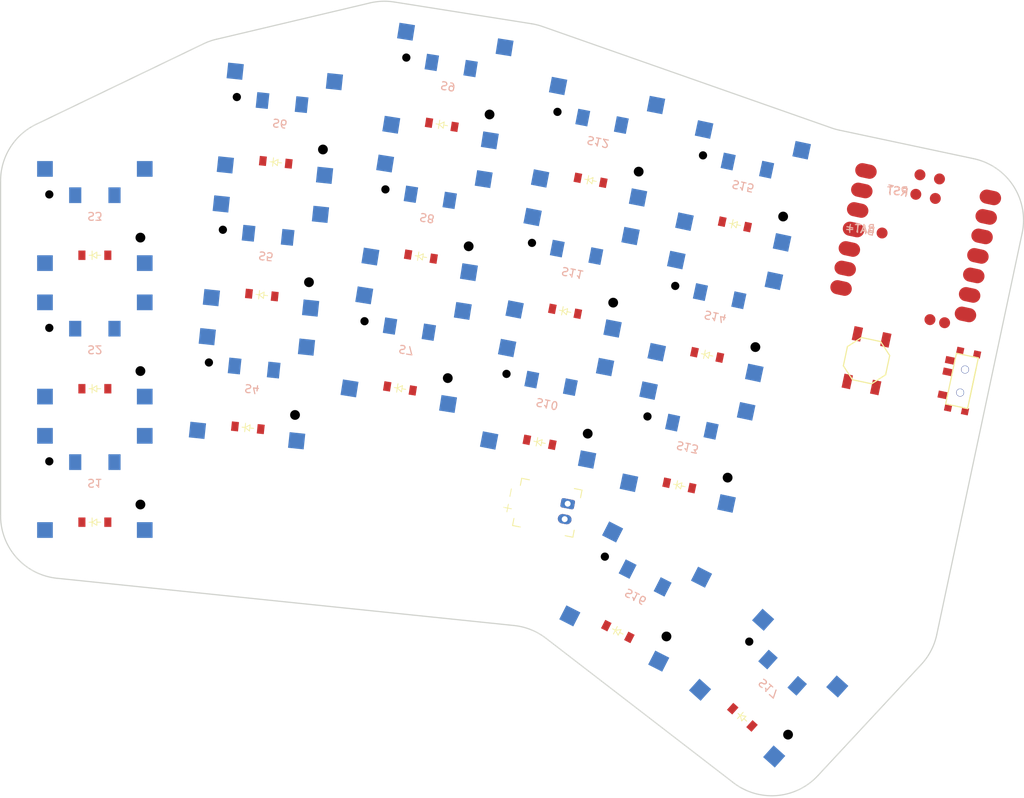
<source format=kicad_pcb>
(kicad_pcb (version 20241229) (generator "pcbnew") (generator_version "9.0")
  (title_block (title "splave-ferris_choc_v1_left") (rev "v1.0.0") (company "Unknown"))
  (layers (0 "F.Cu" signal) (2 "B.Cu" signal) (13 "F.Paste" user) (15 "B.Paste" user) (5 "F.SilkS" user) (7 "B.SilkS" user) (1 "F.Mask" user) (3 "B.Mask" user) (25 "Edge.Cuts" user))
  (net 0 "")
  (net 1 "D4")
  (net 2 "pinky_bottom")
  (net 3 "GND")
  (net 4 "D1")
  (net 5 "D2")
  (net 6 "pinky_home")
  (net 7 "pinky_top")
  (net 8 "ring_bottom")
  (net 9 "ring_home")
  (net 10 "ring_top")
  (net 11 "middle_bottom")
  (net 12 "middle_home")
  (net 13 "middle_top")
  (net 14 "D10")
  (net 15 "index_bottom")
  (net 16 "index_home")
  (net 17 "index_top")
  (net 18 "D8")
  (net 19 "inner_bottom")
  (net 20 "inner_home")
  (net 21 "inner_top")
  (net 22 "near_fan")
  (net 23 "far_fan")
  (net 24 "D5")
  (net 25 "D3")
  (net 26 "D0")
  (net 27 "D9")
  (net 28 "D6")
  (net 29 "D7")
  (net 30 "RAW3V3")
  (net 31 "RAW5V")
  (net 32 "CLK")
  (net 33 "DIO")
  (net 34 "RST")
  (net 35 "BAT")
  (net 36 "NFC1")
  (net 37 "NFC2")
  (net 38 "BATCON")
  (footprint "E73:SPDT_C128955" (layer "F.Cu") (at 210.459494 87.024253 -102)
    (property "Reference" "T1" (hide yes))
    (property "Value" "" (hide yes))
    (fp_line (start 3.3 1.5) (end 3.3 -1.35) (stroke (width 0.15)) (layer "F.SilkS"))
    (fp_line (start -3.3 1.5) (end 3.3 1.5) (stroke (width 0.15)) (layer "F.SilkS"))
    (fp_line (start 1.95 -1.35) (end -1.95 -1.35) (stroke (width 0.15)) (layer "F.SilkS"))
    (fp_line (start 0 -1.35) (end 3.3 -1.35) (stroke (width 0.15)) (layer "F.SilkS"))
    (fp_line (start 0 -1.35) (end -3.3 -1.35) (stroke (width 0.15)) (layer "F.SilkS"))
    (fp_line (start -3.3 -1.35) (end -3.3 1.5) (stroke (width 0.15)) (layer "F.SilkS"))
    (pad "" smd rect (at -3.7 -1.1 258) (size 0.9 0.9) (layers "F.Cu" "F.Mask" "F.Paste"))
    (pad "" smd rect (at -3.7 1.1 258) (size 0.9 0.9) (layers "F.Cu" "F.Mask" "F.Paste"))
    (pad "" np_thru_hole circle (at -1.5 -0.000001) (size 1 1) (drill 0.9) (layers "*.Cu" "*.Mask"))
    (pad "" np_thru_hole circle (at 1.5 0.000001) (size 1 1) (drill 0.9) (layers "*.Cu" "*.Mask"))
    (pad "" smd rect (at 3.7 -1.1 258) (size 0.9 0.9) (layers "F.Cu" "F.Mask" "F.Paste"))
    (pad "" smd rect (at 3.7 1.1 258) (size 0.9 0.9) (layers "F.Cu" "F.Mask" "F.Paste"))
    (pad "1" smd rect (at 2.25 2.075 258) (size 0.9 1.25) (layers "F.Cu" "F.Mask" "F.Paste") (net 38 "BATCON"))
    (pad "2" smd rect (at -0.749999 2.075 258) (size 0.9 1.25) (layers "F.Cu" "F.Mask" "F.Paste") (net 35 "BAT"))
    (pad "3" smd rect (at -2.25 2.075 258) (size 0.9 1.25) (layers "F.Cu" "F.Mask" "F.Paste"))
  )
  (footprint "E73:SW_TACT_ALPS_SKQGABE010" (layer "F.Cu") (at 198.232649 84.425356 -102)
    (property "Reference" "B1" (hide yes))
    (property "Value" "" (hide yes))
    (fp_line (start -1.25 2.75) (end 1.25 2.750001) (stroke (width 0.15)) (layer "F.SilkS"))
    (fp_line (start 2.75 1.25) (end 1.25 2.750001) (stroke (width 0.15)) (layer "F.SilkS"))
    (fp_line (start -2.750001 1.25) (end -1.25 2.75) (stroke (width 0.15)) (layer "F.SilkS"))
    (fp_line (start 2.750001 -1.25) (end 2.75 1.25) (stroke (width 0.15)) (layer "F.SilkS"))
    (fp_line (start 2.750001 -1.25) (end 1.25 -2.75) (stroke (width 0.15)) (layer "F.SilkS"))
    (fp_line (start -2.75 -1.25) (end -2.750001 1.25) (stroke (width 0.15)) (layer "F.SilkS"))
    (fp_line (start -2.75 -1.25) (end -1.25 -2.750001) (stroke (width 0.15)) (layer "F.SilkS"))
    (fp_line (start -1.25 -2.750001) (end 1.25 -2.75) (stroke (width 0.15)) (layer "F.SilkS"))
    (pad "1" smd rect (at -3.1 -1.85 258) (size 1.8 1.1) (layers "F.Cu" "F.Mask" "F.Paste") (net 3 "GND"))
    (pad "1" smd rect (at 3.1 -1.85 258) (size 1.8 1.1) (layers "F.Cu" "F.Mask" "F.Paste") (net 3 "GND"))
    (pad "2" smd rect (at -3.1 1.85 258) (size 1.8 1.1) (layers "F.Cu" "F.Mask" "F.Paste") (net 34 "RST"))
    (pad "2" smd rect (at 3.1 1.85 258) (size 1.8 1.1) (layers "F.Cu" "F.Mask" "F.Paste") (net 34 "RST"))
  )
  (footprint "ceoloide:diode_tht_sod123" (layer "F.Cu") (at 159.860126 78.136583 -11)
    (property "Reference" "D11" (hide yes))
    (property "Value" "")
    (fp_line (start -0.75 0) (end -0.35 0) (stroke (width 0.1)) (layer "F.SilkS"))
    (fp_line (start -0.35 0) (end -0.35 0.55) (stroke (width 0.1)) (layer "F.SilkS"))
    (fp_line (start -0.35 0) (end -0.35 -0.55) (stroke (width 0.1)) (layer "F.SilkS"))
    (fp_line (start -0.35 0) (end 0.25 -0.4) (stroke (width 0.1)) (layer "F.SilkS"))
    (fp_line (start 0.25 0.4) (end -0.35 0) (stroke (width 0.1)) (layer "F.SilkS"))
    (fp_line (start 0.25 0) (end 0.75 0) (stroke (width 0.1)) (layer "F.SilkS"))
    (fp_line (start 0.25 -0.4) (end 0.25 0.4) (stroke (width 0.1)) (layer "F.SilkS"))
    (pad "1" smd rect (at -1.65 0 349) (size 0.9 1.2) (layers "F.Cu" "F.Mask" "F.Paste") (net 25 "D3"))
    (pad "2" smd rect (at 1.65 0 349) (size 0.9 1.2) (layers "F.Cu" "F.Mask" "F.Paste") (net 16 "index_home"))
  )
  (footprint "ceoloide:diode_tht_sod123" (layer "F.Cu") (at 166.573511 118.926616 -27)
    (property "Reference" "D16" (hide yes))
    (property "Value" "")
    (fp_line (start -0.75 0) (end -0.35 0) (stroke (width 0.1)) (layer "F.SilkS"))
    (fp_line (start -0.35 0) (end -0.35 0.55) (stroke (width 0.1)) (layer "F.SilkS"))
    (fp_line (start -0.35 0) (end -0.35 -0.55) (stroke (width 0.1)) (layer "F.SilkS"))
    (fp_line (start -0.35 0) (end 0.25 -0.4) (stroke (width 0.1)) (layer "F.SilkS"))
    (fp_line (start 0.25 0.4) (end -0.35 0) (stroke (width 0.1)) (layer "F.SilkS"))
    (fp_line (start 0.25 0) (end 0.75 0) (stroke (width 0.1)) (layer "F.SilkS"))
    (fp_line (start 0.25 -0.4) (end 0.25 0.4) (stroke (width 0.1)) (layer "F.SilkS"))
    (pad "1" smd rect (at -1.65 0 333) (size 0.9 1.2) (layers "F.Cu" "F.Mask" "F.Paste") (net 27 "D9"))
    (pad "2" smd rect (at 1.65 0 333) (size 0.9 1.2) (layers "F.Cu" "F.Mask" "F.Paste") (net 22 "near_fan"))
  )
  (footprint "ceoloide:diode_tht_sod123" (layer "F.Cu") (at 174.407507 100.319148 -12)
    (property "Reference" "D13" (hide yes))
    (property "Value" "")
    (fp_line (start -0.75 0) (end -0.35 0) (stroke (width 0.1)) (layer "F.SilkS"))
    (fp_line (start -0.35 0) (end -0.35 0.55) (stroke (width 0.1)) (layer "F.SilkS"))
    (fp_line (start -0.35 0) (end -0.35 -0.55) (stroke (width 0.1)) (layer "F.SilkS"))
    (fp_line (start -0.35 0) (end 0.25 -0.4) (stroke (width 0.1)) (layer "F.SilkS"))
    (fp_line (start 0.25 0.4) (end -0.35 0) (stroke (width 0.1)) (layer "F.SilkS"))
    (fp_line (start 0.25 0) (end 0.75 0) (stroke (width 0.1)) (layer "F.SilkS"))
    (fp_line (start 0.25 -0.4) (end 0.25 0.4) (stroke (width 0.1)) (layer "F.SilkS"))
    (pad "1" smd rect (at -1.65 0 348) (size 0.9 1.2) (layers "F.Cu" "F.Mask" "F.Paste") (net 24 "D5"))
    (pad "2" smd rect (at 1.65 0 348) (size 0.9 1.2) (layers "F.Cu" "F.Mask" "F.Paste") (net 19 "inner_bottom"))
  )
  (footprint "ceoloide:diode_tht_sod123" (layer "F.Cu") (at 119.477358 92.97261 -6)
    (property "Reference" "D4" (hide yes))
    (property "Value" "")
    (fp_line (start -0.75 0) (end -0.35 0) (stroke (width 0.1)) (layer "F.SilkS"))
    (fp_line (start -0.35 0) (end -0.35 0.55) (stroke (width 0.1)) (layer "F.SilkS"))
    (fp_line (start -0.35 0) (end -0.35 -0.55) (stroke (width 0.1)) (layer "F.SilkS"))
    (fp_line (start -0.35 0) (end 0.25 -0.4) (stroke (width 0.1)) (layer "F.SilkS"))
    (fp_line (start 0.25 0.4) (end -0.35 0) (stroke (width 0.1)) (layer "F.SilkS"))
    (fp_line (start 0.25 0) (end 0.75 0) (stroke (width 0.1)) (layer "F.SilkS"))
    (fp_line (start 0.25 -0.4) (end 0.25 0.4) (stroke (width 0.1)) (layer "F.SilkS"))
    (pad "1" smd rect (at -1.65 0 354) (size 0.9 1.2) (layers "F.Cu" "F.Mask" "F.Paste") (net 24 "D5"))
    (pad "2" smd rect (at 1.65 0 354) (size 0.9 1.2) (layers "F.Cu" "F.Mask" "F.Paste") (net 8 "ring_bottom"))
  )
  (footprint "ceoloide:diode_tht_sod123" (layer "F.Cu") (at 123.031326 59.158865 -6)
    (property "Reference" "D6" (hide yes))
    (property "Value" "")
    (fp_line (start -0.75 0) (end -0.35 0) (stroke (width 0.1)) (layer "F.SilkS"))
    (fp_line (start -0.35 0) (end -0.35 0.55) (stroke (width 0.1)) (layer "F.SilkS"))
    (fp_line (start -0.35 0) (end -0.35 -0.55) (stroke (width 0.1)) (layer "F.SilkS"))
    (fp_line (start -0.35 0) (end 0.25 -0.4) (stroke (width 0.1)) (layer "F.SilkS"))
    (fp_line (start 0.25 0.4) (end -0.35 0) (stroke (width 0.1)) (layer "F.SilkS"))
    (fp_line (start 0.25 0) (end 0.75 0) (stroke (width 0.1)) (layer "F.SilkS"))
    (fp_line (start 0.25 -0.4) (end 0.25 0.4) (stroke (width 0.1)) (layer "F.SilkS"))
    (pad "1" smd rect (at -1.65 0 354) (size 0.9 1.2) (layers "F.Cu" "F.Mask" "F.Paste") (net 26 "D0"))
    (pad "2" smd rect (at 1.65 0 354) (size 0.9 1.2) (layers "F.Cu" "F.Mask" "F.Paste") (net 10 "ring_top"))
  )
  (footprint "xiao_smd" (layer "F.Cu") (at 204.493679 69.39873 -12)
    (property "Reference" "MCU1" (hide yes))
    (property "Value" "")
    (fp_text user "RST" (at -3.6 -5.95 0) (layer "B.SilkS") (effects (justify mirror)))
    (fp_text user "RST" (at -3.6 -5.95 348) (layer "B.SilkS") (effects (justify mirror)))
    (fp_text user "BAT+" (at -7.3 -0.25 0) (layer "B.SilkS") (effects (justify mirror)))
    (fp_text user "BAT+" (at -7.3 -0.25 348) (layer "B.SilkS") (effects (justify mirror)))
    (pad "1" smd oval (at -7.62 -7.62 168) (size 2.75 1.8) (drill (offset 0.475 0)) (layers "F.Cu" "F.Mask" "F.Paste") (net 26 "D0"))
    (pad "2" smd oval (at -7.62 -5.08 168) (size 2.75 1.8) (drill (offset 0.475 0)) (layers "F.Cu" "F.Mask" "F.Paste") (net 4 "D1"))
    (pad "3" smd oval (at -7.62 -2.54 168) (size 2.75 1.8) (drill (offset 0.475 0)) (layers "F.Cu" "F.Mask" "F.Paste") (net 5 "D2"))
    (pad "4" smd oval (at -7.62 0 168) (size 2.75 1.8) (drill (offset 0.475 0)) (layers "F.Cu" "F.Mask" "F.Paste") (net 25 "D3"))
    (pad "5" smd oval (at -7.62 2.54 168) (size 2.75 1.8) (drill (offset 0.475 0)) (layers "F.Cu" "F.Mask" "F.Paste") (net 1 "D4"))
    (pad "6" smd oval (at -7.62 5.08 168) (size 2.75 1.8) (drill (offset 0.475 0)) (layers "F.Cu" "F.Mask" "F.Paste") (net 24 "D5"))
    (pad "7" smd oval (at -7.62 7.62 168) (size 2.75 1.8) (drill (offset 0.475 0)) (layers "F.Cu" "F.Mask" "F.Paste") (net 28 "D6"))
    (pad "8" smd oval (at 7.62 7.62 348) (size 2.75 1.8) (drill (offset 0.475 0)) (layers "F.Cu" "F.Mask" "F.Paste") (net 29 "D7"))
    (pad "9" smd oval (at 7.62 5.08 348) (size 2.75 1.8) (drill (offset 0.475 0)) (layers "F.Cu" "F.Mask" "F.Paste") (net 18 "D8"))
    (pad "10" smd oval (at 7.62 2.54 348) (size 2.75 1.8) (drill (offset 0.475 0)) (layers "F.Cu" "F.Mask" "F.Paste") (net 27 "D9"))
    (pad "11" smd oval (at 7.62 0 348) (size 2.75 1.8) (drill (offset 0.475 0)) (layers "F.Cu" "F.Mask" "F.Paste") (net 14 "D10"))
    (pad "12" smd oval (at 7.62 -2.54 348) (size 2.75 1.8) (drill (offset 0.475 0)) (layers "F.Cu" "F.Mask" "F.Paste") (net 30 "RAW3V3"))
    (pad "13" smd oval (at 7.62 -5.08 348) (size 2.75 1.8) (drill (offset 0.475 0)) (layers "F.Cu" "F.Mask" "F.Paste") (net 3 "GND"))
    (pad "14" smd oval (at 7.62 -7.62 348) (size 2.75 1.8) (drill (offset 0.475 0)) (layers "F.Cu" "F.Mask" "F.Paste") (net 31 "RAW5V"))
    (pad "15" smd circle (at -1.27 -8.572 78) (size 1.397 1.397) (layers "F.Cu" "F.Mask") (net 32 "CLK"))
    (pad "16" smd circle (at 1.27 -8.572 78) (size 1.397 1.397) (layers "F.Cu" "F.Mask") (net 33 "DIO"))
    (pad "17" smd circle (at -1.27 -6.032 78) (size 1.397 1.397) (layers "F.Cu" "F.Mask") (net 34 "RST"))
    (pad "18" smd circle (at 1.27 -6.032 78) (size 1.397 1.397) (layers "F.Cu" "F.Mask") (net 3 "GND"))
    (pad "19" smd circle (at -4.445 -0.317 168) (size 1.397 1.397) (layers "F.Cu" "F.Mask") (net 35 "BAT"))
    (pad "20" smd circle (at 3.810001 9.208 168) (size 1.397 1.397) (layers "F.Cu" "F.Mask") (net 36 "NFC1"))
    (pad "21" smd circle (at 5.715 9.208 168) (size 1.397 1.397) (layers "F.Cu" "F.Mask") (net 37 "NFC2"))
  )
  (footprint "ceoloide:diode_tht_sod123" (layer "F.Cu") (at 177.942006 83.690639 -12)
    (property "Reference" "D14" (hide yes))
    (property "Value" "")
    (fp_line (start -0.75 0) (end -0.35 0) (stroke (width 0.1)) (layer "F.SilkS"))
    (fp_line (start -0.35 0) (end -0.35 0.55) (stroke (width 0.1)) (layer "F.SilkS"))
    (fp_line (start -0.35 0) (end -0.35 -0.55) (stroke (width 0.1)) (layer "F.SilkS"))
    (fp_line (start -0.35 0) (end 0.25 -0.4) (stroke (width 0.1)) (layer "F.SilkS"))
    (fp_line (start 0.25 0.4) (end -0.35 0) (stroke (width 0.1)) (layer "F.SilkS"))
    (fp_line (start 0.25 0) (end 0.75 0) (stroke (width 0.1)) (layer "F.SilkS"))
    (fp_line (start 0.25 -0.4) (end 0.25 0.4) (stroke (width 0.1)) (layer "F.SilkS"))
    (pad "1" smd rect (at -1.65 0 348) (size 0.9 1.2) (layers "F.Cu" "F.Mask" "F.Paste") (net 25 "D3"))
    (pad "2" smd rect (at 1.65 0 348) (size 0.9 1.2) (layers "F.Cu" "F.Mask" "F.Paste") (net 20 "inner_home"))
  )
  (footprint "ceoloide:diode_tht_sod123" (layer "F.Cu") (at 144.164215 54.381426 -9)
    (property "Reference" "D9" (hide yes))
    (property "Value" "")
    (fp_line (start -0.75 0) (end -0.35 0) (stroke (width 0.1)) (layer "F.SilkS"))
    (fp_line (start -0.35 0) (end -0.35 0.55) (stroke (width 0.1)) (layer "F.SilkS"))
    (fp_line (start -0.35 0) (end -0.35 -0.55) (stroke (width 0.1)) (layer "F.SilkS"))
    (fp_line (start -0.35 0) (end 0.25 -0.4) (stroke (width 0.1)) (layer "F.SilkS"))
    (fp_line (start 0.25 0.4) (end -0.35 0) (stroke (width 0.1)) (layer "F.SilkS"))
    (fp_line (start 0.25 0) (end 0.75 0) (stroke (width 0.1)) (layer "F.SilkS"))
    (fp_line (start 0.25 -0.4) (end 0.25 0.4) (stroke (width 0.1)) (layer "F.SilkS"))
    (pad "1" smd rect (at -1.65 0 351) (size 0.9 1.2) (layers "F.Cu" "F.Mask" "F.Paste") (net 26 "D0"))
    (pad "2" smd rect (at 1.65 0 351) (size 0.9 1.2) (layers "F.Cu" "F.Mask" "F.Paste") (net 13 "middle_top"))
  )
  (footprint "ceoloide:battery_connector_jst_ph_2" (layer "F.Cu") (at 159.998037 103.631307 -101)
    (property "Reference" "JST1" (hide yes))
    (property "Value" "")
    (fp_line (start 1.5 7.4) (end 0.5 7.4) (stroke (width 0.1)) (layer "F.SilkS"))
    (fp_line (start -1.5 7.4) (end -0.5 7.4) (stroke (width 0.1)) (layer "F.SilkS"))
    (fp_line (start 1 6.9) (end 1 7.9) (stroke (width 0.1)) (layer "F.SilkS"))
    (fp_line (start 3.06 6.36) (end 3.06 5.36) (stroke (width 0.12)) (layer "F.SilkS"))
    (fp_line (start 2.14 6.36) (end 3.06 6.36) (stroke (width 0.12)) (layer "F.SilkS"))
    (fp_line (start -2.14 6.36) (end -3.06 6.36) (stroke (width 0.12)) (layer "F.SilkS"))
    (fp_line (start -3.06 6.36) (end -3.06 5.36) (stroke (width 0.12)) (layer "F.SilkS"))
    (fp_line (start 3.06 -1.46) (end 3.06 -0.46) (stroke (width 0.12)) (layer "F.SilkS"))
    (fp_line (start 2.14 -1.46) (end 3.06 -1.46) (stroke (width 0.12)) (layer "F.SilkS"))
    (fp_line (start -2.06 -1.46) (end -3.06 -1.46) (stroke (width 0.12)) (layer "F.SilkS"))
    (fp_line (start -3.06 -1.46) (end -3.06 -0.46) (stroke (width 0.12)) (layer "F.SilkS"))
    (pad "1" thru_hole roundrect (at -1 0 259) (size 1.2 1.75) (drill 0.75) (layers "*.Cu" "*.Mask") (roundrect_rratio 0.2) (net 3 "GND"))
    (pad "2" thru_hole oval (at 1 0 259) (size 1.2 1.75) (drill 0.75) (layers "*.Cu" "*.Mask") (net 38 "BATCON"))
  )
  (footprint "ceoloide:diode_tht_sod123" (layer "F.Cu") (at 121.254342 76.065737 -6)
    (property "Reference" "D5" (hide yes))
    (property "Value" "")
    (fp_line (start -0.75 0) (end -0.35 0) (stroke (width 0.1)) (layer "F.SilkS"))
    (fp_line (start -0.35 0) (end -0.35 0.55) (stroke (width 0.1)) (layer "F.SilkS"))
    (fp_line (start -0.35 0) (end -0.35 -0.55) (stroke (width 0.1)) (layer "F.SilkS"))
    (fp_line (start -0.35 0) (end 0.25 -0.4) (stroke (width 0.1)) (layer "F.SilkS"))
    (fp_line (start 0.25 0.4) (end -0.35 0) (stroke (width 0.1)) (layer "F.SilkS"))
    (fp_line (start 0.25 0) (end 0.75 0) (stroke (width 0.1)) (layer "F.SilkS"))
    (fp_line (start 0.25 -0.4) (end 0.25 0.4) (stroke (width 0.1)) (layer "F.SilkS"))
    (pad "1" smd rect (at -1.65 0 354) (size 0.9 1.2) (layers "F.Cu" "F.Mask" "F.Paste") (net 25 "D3"))
    (pad "2" smd rect (at 1.65 0 354) (size 0.9 1.2) (layers "F.Cu" "F.Mask" "F.Paste") (net 9 "ring_home"))
  )
  (footprint "ceoloide:diode_tht_sod123" (layer "F.Cu") (at 163.103879 61.448921 -11)
    (property "Reference" "D12" (hide yes))
    (property "Value" "")
    (fp_line (start -0.75 0) (end -0.35 0) (stroke (width 0.1)) (layer "F.SilkS"))
    (fp_line (start -0.35 0) (end -0.35 0.55) (stroke (width 0.1)) (layer "F.SilkS"))
    (fp_line (start -0.35 0) (end -0.35 -0.55) (stroke (width 0.1)) (layer "F.SilkS"))
    (fp_line (start -0.35 0) (end 0.25 -0.4) (stroke (width 0.1)) (layer "F.SilkS"))
    (fp_line (start 0.25 0.4) (end -0.35 0) (stroke (width 0.1)) (layer "F.SilkS"))
    (fp_line (start 0.25 0) (end 0.75 0) (stroke (width 0.1)) (layer "F.SilkS"))
    (fp_line (start 0.25 -0.4) (end 0.25 0.4) (stroke (width 0.1)) (layer "F.SilkS"))
    (pad "1" smd rect (at -1.65 0 349) (size 0.9 1.2) (layers "F.Cu" "F.Mask" "F.Paste") (net 26 "D0"))
    (pad "2" smd rect (at 1.65 0 349) (size 0.9 1.2) (layers "F.Cu" "F.Mask" "F.Paste") (net 17 "index_top"))
  )
  (footprint "ceoloide:diode_tht_sod123" (layer "F.Cu") (at 138.845443 87.962829 -9)
    (property "Reference" "D7" (hide yes))
    (property "Value" "")
    (fp_line (start -0.75 0) (end -0.35 0) (stroke (width 0.1)) (layer "F.SilkS"))
    (fp_line (start -0.35 0) (end -0.35 0.55) (stroke (width 0.1)) (layer "F.SilkS"))
    (fp_line (start -0.35 0) (end -0.35 -0.55) (stroke (width 0.1)) (layer "F.SilkS"))
    (fp_line (start -0.35 0) (end 0.25 -0.4) (stroke (width 0.1)) (layer "F.SilkS"))
    (fp_line (start 0.25 0.4) (end -0.35 0) (stroke (width 0.1)) (layer "F.SilkS"))
    (fp_line (start 0.25 0) (end 0.75 0) (stroke (width 0.1)) (layer "F.SilkS"))
    (fp_line (start 0.25 -0.4) (end 0.25 0.4) (stroke (width 0.1)) (layer "F.SilkS"))
    (pad "1" smd rect (at -1.65 0 351) (size 0.9 1.2) (layers "F.Cu" "F.Mask" "F.Paste") (net 24 "D5"))
    (pad "2" smd rect (at 1.65 0 351) (size 0.9 1.2) (layers "F.Cu" "F.Mask" "F.Paste") (net 11 "middle_bottom"))
  )
  (footprint "ceoloide:diode_tht_sod123" (layer "F.Cu") (at 100 71)
    (property "Reference" "D3" (hide yes))
    (property "Value" "")
    (fp_line (start -0.75 0) (end -0.35 0) (stroke (width 0.1)) (layer "F.SilkS"))
    (fp_line (start -0.35 0) (end -0.35 -0.55) (stroke (width 0.1)) (layer "F.SilkS"))
    (fp_line (start -0.35 0) (end -0.35 0.55) (stroke (width 0.1)) (layer "F.SilkS"))
    (fp_line (start -0.35 0) (end 0.25 -0.4) (stroke (width 0.1)) (layer "F.SilkS"))
    (fp_line (start 0.25 -0.4) (end 0.25 0.4) (stroke (width 0.1)) (layer "F.SilkS"))
    (fp_line (start 0.25 0) (end 0.75 0) (stroke (width 0.1)) (layer "F.SilkS"))
    (fp_line (start 0.25 0.4) (end -0.35 0) (stroke (width 0.1)) (layer "F.SilkS"))
    (pad "1" smd rect (at -1.65 0) (size 0.9 1.2) (layers "F.Cu" "F.Mask" "F.Paste") (net 26 "D0"))
    (pad "2" smd rect (at 1.65 0) (size 0.9 1.2) (layers "F.Cu" "F.Mask" "F.Paste") (net 7 "pinky_top"))
  )
  (footprint "ceoloide:diode_tht_sod123" (layer "F.Cu") (at 182.427101 129.852818 -42)
    (property "Reference" "D17" (hide yes))
    (property "Value" "")
    (fp_line (start -0.75 0) (end -0.35 0) (stroke (width 0.1)) (layer "F.SilkS"))
    (fp_line (start -0.35 0) (end -0.35 0.55) (stroke (width 0.1)) (layer "F.SilkS"))
    (fp_line (start -0.35 0) (end -0.35 -0.55) (stroke (width 0.1)) (layer "F.SilkS"))
    (fp_line (start -0.35 0) (end 0.25 -0.399999) (stroke (width 0.1)) (layer "F.SilkS"))
    (fp_line (start 0.25 0.4) (end -0.35 0) (stroke (width 0.1)) (layer "F.SilkS"))
    (fp_line (start 0.25 0) (end 0.75 0) (stroke (width 0.1)) (layer "F.SilkS"))
    (fp_line (start 0.25 -0.399999) (end 0.25 0.4) (stroke (width 0.1)) (layer "F.SilkS"))
    (pad "1" smd rect (at -1.65 0 318) (size 0.9 1.2) (layers "F.Cu" "F.Mask" "F.Paste") (net 27 "D9"))
    (pad "2" smd rect (at 1.65 0 318) (size 0.9 1.2) (layers "F.Cu" "F.Mask" "F.Paste") (net 23 "far_fan"))
  )
  (footprint "ceoloide:diode_tht_sod123" (layer "F.Cu") (at 141.504829 71.172127 -9)
    (property "Reference" "D8" (hide yes))
    (property "Value" "")
    (fp_line (start -0.75 0) (end -0.35 0) (stroke (width 0.1)) (layer "F.SilkS"))
    (fp_line (start -0.35 0) (end -0.35 0.55) (stroke (width 0.1)) (layer "F.SilkS"))
    (fp_line (start -0.35 0) (end -0.35 -0.55) (stroke (width 0.1)) (layer "F.SilkS"))
    (fp_line (start -0.35 0) (end 0.25 -0.4) (stroke (width 0.1)) (layer "F.SilkS"))
    (fp_line (start 0.25 0.4) (end -0.35 0) (stroke (width 0.1)) (layer "F.SilkS"))
    (fp_line (start 0.25 0) (end 0.75 0) (stroke (width 0.1)) (layer "F.SilkS"))
    (fp_line (start 0.25 -0.4) (end 0.25 0.4) (stroke (width 0.1)) (layer "F.SilkS"))
    (pad "1" smd rect (at -1.65 0 351) (size 0.9 1.2) (layers "F.Cu" "F.Mask" "F.Paste") (net 25 "D3"))
    (pad "2" smd rect (at 1.65 0 351) (size 0.9 1.2) (layers "F.Cu" "F.Mask" "F.Paste") (net 12 "middle_home"))
  )
  (footprint "ceoloide:diode_tht_sod123" (layer "F.Cu") (at 100 105)
    (property "Reference" "D1" (hide yes))
    (property "Value" "")
    (fp_line (start -0.75 0) (end -0.35 0) (stroke (width 0.1)) (layer "F.SilkS"))
    (fp_line (start -0.35 0) (end -0.35 -0.55) (stroke (width 0.1)) (layer "F.SilkS"))
    (fp_line (start -0.35 0) (end -0.35 0.55) (stroke (width 0.1)) (layer "F.SilkS"))
    (fp_line (start -0.35 0) (end 0.25 -0.4) (stroke (width 0.1)) (layer "F.SilkS"))
    (fp_line (start 0.25 -0.4) (end 0.25 0.4) (stroke (width 0.1)) (layer "F.SilkS"))
    (fp_line (start 0.25 0) (end 0.75 0) (stroke (width 0.1)) (layer "F.SilkS"))
    (fp_line (start 0.25 0.4) (end -0.35 0) (stroke (width 0.1)) (layer "F.SilkS"))
    (pad "1" smd rect (at -1.65 0) (size 0.9 1.2) (layers "F.Cu" "F.Mask" "F.Paste") (net 24 "D5"))
    (pad "2" smd rect (at 1.65 0) (size 0.9 1.2) (layers "F.Cu" "F.Mask" "F.Paste") (net 2 "pinky_bottom"))
  )
  (footprint "ceoloide:diode_tht_sod123" (layer "F.Cu") (at 156.616373 94.824245 -11)
    (property "Reference" "D10" (hide yes))
    (property "Value" "")
    (fp_line (start -0.75 0) (end -0.35 0) (stroke (width 0.1)) (layer "F.SilkS"))
    (fp_line (start -0.35 0) (end -0.35 0.55) (stroke (width 0.1)) (layer "F.SilkS"))
    (fp_line (start -0.35 0) (end -0.35 -0.55) (stroke (width 0.1)) (layer "F.SilkS"))
    (fp_line (start -0.35 0) (end 0.25 -0.4) (stroke (width 0.1)) (layer "F.SilkS"))
    (fp_line (start 0.25 0.4) (end -0.35 0) (stroke (width 0.1)) (layer "F.SilkS"))
    (fp_line (start 0.25 0) (end 0.75 0) (stroke (width 0.1)) (layer "F.SilkS"))
    (fp_line (start 0.25 -0.4) (end 0.25 0.4) (stroke (width 0.1)) (layer "F.SilkS"))
    (pad "1" smd rect (at -1.65 0 349) (size 0.9 1.2) (layers "F.Cu" "F.Mask" "F.Paste") (net 24 "D5"))
    (pad "2" smd rect (at 1.65 0 349) (size 0.9 1.2) (layers "F.Cu" "F.Mask" "F.Paste") (net 15 "index_bottom"))
  )
  (footprint "ceoloide:diode_tht_sod123" (layer "F.Cu") (at 100 88)
    (property "Reference" "D2" (hide yes))
    (property "Value" "")
    (fp_line (start -0.75 0) (end -0.35 0) (stroke (width 0.1)) (layer "F.SilkS"))
    (fp_line (start -0.35 0) (end -0.35 -0.55) (stroke (width 0.1)) (layer "F.SilkS"))
    (fp_line (start -0.35 0) (end -0.35 0.55) (stroke (width 0.1)) (layer "F.SilkS"))
    (fp_line (start -0.35 0) (end 0.25 -0.4) (stroke (width 0.1)) (layer "F.SilkS"))
    (fp_line (start 0.25 -0.4) (end 0.25 0.4) (stroke (width 0.1)) (layer "F.SilkS"))
    (fp_line (start 0.25 0) (end 0.75 0) (stroke (width 0.1)) (layer "F.SilkS"))
    (fp_line (start 0.25 0.4) (end -0.35 0) (stroke (width 0.1)) (layer "F.SilkS"))
    (pad "1" smd rect (at -1.65 0) (size 0.9 1.2) (layers "F.Cu" "F.Mask" "F.Paste") (net 25 "D3"))
    (pad "2" smd rect (at 1.65 0) (size 0.9 1.2) (layers "F.Cu" "F.Mask" "F.Paste") (net 6 "pinky_home"))
  )
  (footprint "ceoloide:diode_tht_sod123" (layer "F.Cu") (at 181.476505 67.06213 -12)
    (property "Reference" "D15" (hide yes))
    (property "Value" "")
    (fp_line (start -0.75 0) (end -0.35 0) (stroke (width 0.1)) (layer "F.SilkS"))
    (fp_line (start -0.35 0) (end -0.35 0.55) (stroke (width 0.1)) (layer "F.SilkS"))
    (fp_line (start -0.35 0) (end -0.35 -0.55) (stroke (width 0.1)) (layer "F.SilkS"))
    (fp_line (start -0.35 0) (end 0.25 -0.4) (stroke (width 0.1)) (layer "F.SilkS"))
    (fp_line (start 0.25 0.4) (end -0.35 0) (stroke (width 0.1)) (layer "F.SilkS"))
    (fp_line (start 0.25 0) (end 0.75 0) (stroke (width 0.1)) (layer "F.SilkS"))
    (fp_line (start 0.25 -0.4) (end 0.25 0.4) (stroke (width 0.1)) (layer "F.SilkS"))
    (pad "1" smd rect (at -1.65 0 348) (size 0.9 1.2) (layers "F.Cu" "F.Mask" "F.Paste") (net 26 "D0"))
    (pad "2" smd rect (at 1.65 0 348) (size 0.9 1.2) (layers "F.Cu" "F.Mask" "F.Paste") (net 21 "inner_top"))
  )
  (footprint "marbastlib-xp-choc:SW_PG1316S" (layer "B.Cu") (at 164.057924 56.540785 -11)
    (property "Reference" "S12" (at 0 0 169) (layer "B.SilkS") (effects (justify mirror)))
    (property "Value" "")
    (pad "" np_thru_hole circle (at -5.8 -2.75 349) (size 1.05 1.05) (drill 1.05) (layers "*.Mask"))
    (pad "" np_thru_hole circle (at 5.8 2.75 349) (size 1.25 1.25) (drill 1.25) (layers "*.Mask"))
    (pad "1" smd rect (at -2.5 -2.65 349) (size 1.55 2) (layers "B.Cu" "B.Mask" "B.Paste") (net 17 "index_top"))
    (pad "2" smd rect (at 2.5 -2.65 349) (size 1.55 2) (layers "B.Cu" "B.Mask" "B.Paste") (net 14 "D10"))
    (pad "MP" smd rect (at -6.35 -6 349) (size 2 2) (layers "B.Cu" "B.Mask" "B.Paste"))
    (pad "MP" smd rect (at -6.35 6 349) (size 2 2) (layers "B.Cu" "B.Mask" "B.Paste"))
    (pad "MP" smd rect (at 6.35 -6 349) (size 2 2) (layers "B.Cu" "B.Mask" "B.Paste"))
    (pad "MP" smd rect (at 6.35 6 349) (size 2 2) (layers "B.Cu" "B.Mask" "B.Paste"))
  )
  (footprint "marbastlib-xp-choc:SW_PG1316S" (layer "B.Cu") (at 100 66)
    (property "Reference" "S3" (at 0 0 180) (layer "B.SilkS") (effects (justify mirror)))
    (property "Value" "")
    (pad "" np_thru_hole circle (at -5.8 -2.75) (size 1.05 1.05) (drill 1.05) (layers "*.Mask"))
    (pad "" np_thru_hole circle (at 5.8 2.75) (size 1.25 1.25) (drill 1.25) (layers "*.Mask"))
    (pad "1" smd rect (at -2.5 -2.65) (size 1.55 2) (layers "B.Cu" "B.Mask" "B.Paste") (net 7 "pinky_top"))
    (pad "2" smd rect (at 2.5 -2.65) (size 1.55 2) (layers "B.Cu" "B.Mask" "B.Paste") (net 1 "D4"))
    (pad "MP" smd rect (at -6.35 -6) (size 2 2) (layers "B.Cu" "B.Mask" "B.Paste"))
    (pad "MP" smd rect (at -6.35 6) (size 2 2) (layers "B.Cu" "B.Mask" "B.Paste"))
    (pad "MP" smd rect (at 6.35 -6) (size 2 2) (layers "B.Cu" "B.Mask" "B.Paste"))
    (pad "MP" smd rect (at 6.35 6) (size 2 2) (layers "B.Cu" "B.Mask" "B.Paste"))
  )
  (footprint "marbastlib-xp-choc:SW_PG1316S" (layer "B.Cu") (at 175.447066 95.42841 -12)
    (property "Reference" "S13" (at 0 0 168) (layer "B.SilkS") (effects (justify mirror)))
    (property "Value" "")
    (pad "" np_thru_hole circle (at -5.8 -2.75 348) (size 1.05 1.05) (drill 1.05) (layers "*.Mask"))
    (pad "" np_thru_hole circle (at 5.8 2.75 348) (size 1.25 1.25) (drill 1.25) (layers "*.Mask"))
    (pad "1" smd rect (at -2.5 -2.65 348) (size 1.55 2) (layers "B.Cu" "B.Mask" "B.Paste") (net 19 "inner_bottom"))
    (pad "2" smd rect (at 2.5 -2.65 348) (size 1.55 2) (layers "B.Cu" "B.Mask" "B.Paste") (net 18 "D8"))
    (pad "MP" smd rect (at -6.35 -6 348) (size 2 2) (layers "B.Cu" "B.Mask" "B.Paste"))
    (pad "MP" smd rect (at -6.35 6 348) (size 2 2) (layers "B.Cu" "B.Mask" "B.Paste"))
    (pad "MP" smd rect (at 6.35 -6 348) (size 2 2) (layers "B.Cu" "B.Mask" "B.Paste"))
    (pad "MP" smd rect (at 6.35 6 348) (size 2 2) (layers "B.Cu" "B.Mask" "B.Paste"))
  )
  (footprint "marbastlib-xp-choc:SW_PG1316S" (layer "B.Cu") (at 160.814171 73.228447 -11)
    (property "Reference" "S11" (at 0 0 169) (layer "B.SilkS") (effects (justify mirror)))
    (property "Value" "")
    (pad "" np_thru_hole circle (at -5.8 -2.75 349) (size 1.05 1.05) (drill 1.05) (layers "*.Mask"))
    (pad "" np_thru_hole circle (at 5.8 2.75 349) (size 1.25 1.25) (drill 1.25) (layers "*.Mask"))
    (pad "1" smd rect (at -2.5 -2.65 349) (size 1.55 2) (layers "B.Cu" "B.Mask" "B.Paste") (net 16 "index_home"))
    (pad "2" smd rect (at 2.5 -2.65 349) (size 1.55 2) (layers "B.Cu" "B.Mask" "B.Paste") (net 14 "D10"))
    (pad "MP" smd rect (at -6.35 -6 349) (size 2 2) (layers "B.Cu" "B.Mask" "B.Paste"))
    (pad "MP" smd rect (at -6.35 6 349) (size 2 2) (layers "B.Cu" "B.Mask" "B.Paste"))
    (pad "MP" smd rect (at 6.35 -6 349) (size 2 2) (layers "B.Cu" "B.Mask" "B.Paste"))
    (pad "MP" smd rect (at 6.35 6 349) (size 2 2) (layers "B.Cu" "B.Mask" "B.Paste"))
  )
  (footprint "marbastlib-xp-choc:SW_PG1316S" (layer "B.Cu") (at 100 100)
    (property "Reference" "S1" (at 0 0 180) (layer "B.SilkS") (effects (justify mirror)))
    (property "Value" "")
    (pad "" np_thru_hole circle (at -5.8 -2.75) (size 1.05 1.05) (drill 1.05) (layers "*.Mask"))
    (pad "" np_thru_hole circle (at 5.8 2.75) (size 1.25 1.25) (drill 1.25) (layers "*.Mask"))
    (pad "1" smd rect (at -2.5 -2.65) (size 1.55 2) (layers "B.Cu" "B.Mask" "B.Paste") (net 2 "pinky_bottom"))
    (pad "2" smd rect (at 2.5 -2.65) (size 1.55 2) (layers "B.Cu" "B.Mask" "B.Paste") (net 1 "D4"))
    (pad "MP" smd rect (at -6.35 -6) (size 2 2) (layers "B.Cu" "B.Mask" "B.Paste"))
    (pad "MP" smd rect (at -6.35 6) (size 2 2) (layers "B.Cu" "B.Mask" "B.Paste"))
    (pad "MP" smd rect (at 6.35 -6) (size 2 2) (layers "B.Cu" "B.Mask" "B.Paste"))
    (pad "MP" smd rect (at 6.35 6) (size 2 2) (layers "B.Cu" "B.Mask" "B.Paste"))
  )
  (footprint "marbastlib-xp-choc:SW_PG1316S" (layer "B.Cu") (at 168.843463 114.471583 -27)
    (property "Reference" "S16" (at 0 0 153) (layer "B.SilkS") (effects (justify mirror)))
    (property "Value" "")
    (pad "" np_thru_hole circle (at -5.8 -2.75 333) (size 1.05 1.05) (drill 1.05) (layers "*.Mask"))
    (pad "" np_thru_hole circle (at 5.8 2.75 333) (size 1.25 1.25) (drill 1.25) (layers "*.Mask"))
    (pad "1" smd rect (at -2.5 -2.650001 333) (size 1.55 2) (layers "B.Cu" "B.Mask" "B.Paste") (net 22 "near_fan"))
    (pad "2" smd rect (at 2.5 -2.65 333) (size 1.55 2) (layers "B.Cu" "B.Mask" "B.Paste") (net 14 "D10"))
    (pad "MP" smd rect (at -6.35 -6 333) (size 2 2) (layers "B.Cu" "B.Mask" "B.Paste"))
    (pad "MP" smd rect (at -6.35 5.999999 333) (size 2 2) (layers "B.Cu" "B.Mask" "B.Paste"))
    (pad "MP" smd rect (at 6.35 -5.999999 333) (size 2 2) (layers "B.Cu" "B.Mask" "B.Paste"))
    (pad "MP" smd rect (at 6.35 6 333) (size 2 2) (layers "B.Cu" "B.Mask" "B.Paste"))
  )
  (footprint "marbastlib-xp-choc:SW_PG1316S" (layer "B.Cu") (at 121.776984 71.093128 -6)
    (property "Reference" "S5" (at 0 0 174) (layer "B.SilkS") (effects (justify mirror)))
    (property "Value" "")
    (pad "" np_thru_hole circle (at -5.8 -2.75 354) (size 1.05 1.05) (drill 1.05) (layers "*.Mask"))
    (pad "" np_thru_hole circle (at 5.8 2.75 354) (size 1.25 1.25) (drill 1.25) (layers "*.Mask"))
    (pad "1" smd rect (at -2.5 -2.65 354) (size 1.55 2) (layers "B.Cu" "B.Mask" "B.Paste") (net 9 "ring_home"))
    (pad "2" smd rect (at 2.5 -2.65 354) (size 1.55 2) (layers "B.Cu" "B.Mask" "B.Paste") (net 5 "D2"))
    (pad "MP" smd rect (at -6.35 -6 354) (size 2 2) (layers "B.Cu" "B.Mask" "B.Paste"))
    (pad "MP" smd rect (at -6.35 6 354) (size 2 2) (layers "B.Cu" "B.Mask" "B.Paste"))
    (pad "MP" smd rect (at 6.35 -6 354) (size 2 2) (layers "B.Cu" "B.Mask" "B.Paste"))
    (pad "MP" smd rect (at 6.35 6 354) (size 2 2) (layers "B.Cu" "B.Mask" "B.Paste"))
  )
  (footprint "marbastlib-xp-choc:SW_PG1316S" (layer "B.Cu") (at 120 88 -6)
    (property "Reference" "S4" (at 0 0 174) (layer "B.SilkS") (effects (justify mirror)))
    (property "Value" "")
    (pad "" np_thru_hole circle (at -5.8 -2.75 354) (size 1.05 1.05) (drill 1.05) (layers "*.Mask"))
    (pad "" np_thru_hole circle (at 5.8 2.75 354) (size 1.25 1.25) (drill 1.25) (layers "*.Mask"))
    (pad "1" smd rect (at -2.5 -2.65 354) (size 1.55 2) (layers "B.Cu" "B.Mask" "B.Paste") (net 8 "ring_bottom"))
    (pad "2" smd rect (at 2.5 -2.65 354) (size 1.55 2) (layers "B.Cu" "B.Mask" "B.Paste") (net 5 "D2"))
    (pad "MP" smd rect (at -6.35 -6 354) (size 2 2) (layers "B.Cu" "B.Mask" "B.Paste"))
    (pad "MP" smd rect (at -6.35 6 354) (size 2 2) (layers "B.Cu" "B.Mask" "B.Paste"))
    (pad "MP" smd rect (at 6.35 -6 354) (size 2 2) (layers "B.Cu" "B.Mask" "B.Paste"))
    (pad "MP" smd rect (at 6.35 6 354) (size 2 2) (layers "B.Cu" "B.Mask" "B.Paste"))
  )
  (footprint "marbastlib-xp-choc:SW_PG1316S" (layer "B.Cu") (at 142.287001 66.233686 -9)
    (property "Reference" "S8" (at 0 0 171) (layer "B.SilkS") (effects (justify mirror)))
    (property "Value" "")
    (pad "" np_thru_hole circle (at -5.8 -2.75 351) (size 1.05 1.05) (drill 1.05) (layers "*.Mask"))
    (pad "" np_thru_hole circle (at 5.8 2.75 351) (size 1.25 1.25) (drill 1.25) (layers "*.Mask"))
    (pad "1" smd rect (at -2.5 -2.65 351) (size 1.55 2) (layers "B.Cu" "B.Mask" "B.Paste") (net 12 "middle_home"))
    (pad "2" smd rect (at 2.5 -2.65 351) (size 1.55 2) (layers "B.Cu" "B.Mask" "B.Paste") (net 4 "D1"))
    (pad "MP" smd rect (at -6.35 -6 351) (size 2 2) (layers "B.Cu" "B.Mask" "B.Paste"))
    (pad "MP" smd rect (at -6.35 6 351) (size 2 2) (layers "B.Cu" "B.Mask" "B.Paste"))
    (pad "MP" smd rect (at 6.35 -6 351) (size 2 2) (layers "B.Cu" "B.Mask" "B.Paste"))
    (pad "MP" smd rect (at 6.35 6 351) (size 2 2) (layers "B.Cu" "B.Mask" "B.Paste"))
  )
  (footprint "marbastlib-xp-choc:SW_PG1316S" (layer "B.Cu") (at 185.772754 126.137094 -42)
    (property "Reference" "S17" (at 0 0 138) (layer "B.SilkS") (effects (justify mirror)))
    (property "Value" "")
    (pad "" np_thru_hole circle (at -5.8 -2.75 318) (size 1.05 1.05) (drill 1.05) (layers "*.Mask"))
    (pad "" np_thru_hole circle (at 5.8 2.75 318) (size 1.25 1.25) (drill 1.25) (layers "*.Mask"))
    (pad "1" smd rect (at -2.5 -2.65 318) (size 1.55 2) (layers "B.Cu" "B.Mask" "B.Paste") (net 23 "far_fan"))
    (pad "2" smd rect (at 2.5 -2.65 318) (size 1.55 2) (layers "B.Cu" "B.Mask" "B.Paste") (net 18 "D8"))
    (pad "MP" smd rect (at -6.35 -6 318) (size 2 2) (layers "B.Cu" "B.Mask" "B.Paste"))
    (pad "MP" smd rect (at -6.35 6 318) (size 2 2) (layers "B.Cu" "B.Mask" "B.Paste"))
    (pad "MP" smd rect (at 6.35 -6 318) (size 2 2) (layers "B.Cu" "B.Mask" "B.Paste"))
    (pad "MP" smd rect (at 6.35 6 318) (size 2 2) (layers "B.Cu" "B.Mask" "B.Paste"))
  )
  (footprint "marbastlib-xp-choc:SW_PG1316S" (layer "B.Cu") (at 100 83)
    (property "Reference" "S2" (at 0 0 180) (layer "B.SilkS") (effects (justify mirror)))
    (property "Value" "")
    (pad "" np_thru_hole circle (at -5.8 -2.75) (size 1.05 1.05) (drill 1.05) (layers "*.Mask"))
    (pad "" np_thru_hole circle (at 5.8 2.75) (size 1.25 1.25) (drill 1.25) (layers "*.Mask"))
    (pad "1" smd rect (at -2.5 -2.65) (size 1.55 2) (layers "B.Cu" "B.Mask" "B.Paste") (net 6 "pinky_home"))
    (pad "2" smd rect (at 2.5 -2.65) (size 1.55 2) (layers "B.Cu" "B.Mask" "B.Paste") (net 1 "D4"))
    (pad "MP" smd rect (at -6.35 -6) (size 2 2) (layers "B.Cu" "B.Mask" "B.Paste"))
    (pad "MP" smd rect (at -6.35 6) (size 2 2) (layers "B.Cu" "B.Mask" "B.Paste"))
    (pad "MP" smd rect (at 6.35 -6) (size 2 2) (layers "B.Cu" "B.Mask" "B.Paste"))
    (pad "MP" smd rect (at 6.35 6) (size 2 2) (layers "B.Cu" "B.Mask" "B.Paste"))
  )
  (footprint "marbastlib-xp-choc:SW_PG1316S" (layer "B.Cu") (at 123.553968 54.186256 -6)
    (property "Reference" "S6" (at 0 0 174) (layer "B.SilkS") (effects (justify mirror)))
    (property "Value" "")
    (pad "" np_thru_hole circle (at -5.8 -2.75 354) (size 1.05 1.05) (drill 1.05) (layers "*.Mask"))
    (pad "" np_thru_hole circle (at 5.8 2.75 354) (size 1.25 1.25) (drill 1.25) (layers "*.Mask"))
    (pad "1" smd rect (at -2.5 -2.65 354) (size 1.55 2) (layers "B.Cu" "B.Mask" "B.Paste") (net 10 "ring_top"))
    (pad "2" smd rect (at 2.5 -2.65 354) (size 1.55 2) (layers "B.Cu" "B.Mask" "B.Paste") (net 5 "D2"))
    (pad "MP" smd rect (at -6.35 -6 354) (size 2 2) (layers "B.Cu" "B.Mask" "B.Paste"))
    (pad "MP" smd rect (at -6.35 6 354) (size 2 2) (layers "B.Cu" "B.Mask" "B.Paste"))
    (pad "MP" smd rect (at 6.35 -6 354) (size 2 2) (layers "B.Cu" "B.Mask" "B.Paste"))
    (pad "MP" smd rect (at 6.35 6 354) (size 2 2) (layers "B.Cu" "B.Mask" "B.Paste"))
  )
  (footprint "marbastlib-xp-choc:SW_PG1316S" (layer "B.Cu") (at 144.946387 49.442984 -9)
    (property "Reference" "S9" (at 0 0 171) (layer "B.SilkS") (effects (justify mirror)))
    (property "Value" "")
    (pad "" np_thru_hole circle (at -5.8 -2.75 351) (size 1.05 1.05) (drill 1.05) (layers "*.Mask"))
    (pad "" np_thru_hole circle (at 5.8 2.75 351) (size 1.25 1.25) (drill 1.25) (layers "*.Mask"))
    (pad "1" smd rect (at -2.5 -2.65 351) (size 1.55 2) (layers "B.Cu" "B.Mask" "B.Paste") (net 13 "middle_top"))
    (pad "2" smd rect (at 2.5 -2.65 351) (size 1.55 2) (layers "B.Cu" "B.Mask" "B.Paste") (net 4 "D1"))
    (pad "MP" smd rect (at -6.35 -6 351) (size 2 2) (layers "B.Cu" "B.Mask" "B.Paste"))
    (pad "MP" smd rect (at -6.35 6 351) (size 2 2) (layers "B.Cu" "B.Mask" "B.Paste"))
    (pad "MP" smd rect (at 6.35 -6 351) (size 2 2) (layers "B.Cu" "B.Mask" "B.Paste"))
    (pad "MP" smd rect (at 6.35 6 351) (size 2 2) (layers "B.Cu" "B.Mask" "B.Paste"))
  )
  (footprint "marbastlib-xp-choc:SW_PG1316S" (layer "B.Cu") (at 178.981565 78.799901 -12)
    (property "Reference" "S14" (at 0 0 168) (layer "B.SilkS") (effects (justify mirror)))
    (property "Value" "")
    (pad "" np_thru_hole circle (at -5.8 -2.75 348) (size 1.05 1.05) (drill 1.05) (layers "*.Mask"))
    (pad "" np_thru_hole circle (at 5.8 2.75 348) (size 1.25 1.25) (drill 1.25) (layers "*.Mask"))
    (pad "1" smd rect (at -2.5 -2.65 348) (size 1.55 2) (layers "B.Cu" "B.Mask" "B.Paste") (net 20 "inner_home"))
    (pad "2" smd rect (at 2.5 -2.65 348) (size 1.55 2) (layers "B.Cu" "B.Mask" "B.Paste") (net 18 "D8"))
    (pad "MP" smd rect (at -6.35 -6 348) (size 2 2) (layers "B.Cu" "B.Mask" "B.Paste"))
    (pad "MP" smd rect (at -6.35 6 348) (size 2 2) (layers "B.Cu" "B.Mask" "B.Paste"))
    (pad "MP" smd rect (at 6.35 -6 348) (size 2 2) (layers "B.Cu" "B.Mask" "B.Paste"))
    (pad "MP" smd rect (at 6.35 6 348) (size 2 2) (layers "B.Cu" "B.Mask" "B.Paste"))
  )
  (footprint "marbastlib-xp-choc:SW_PG1316S" (layer "B.Cu") (at 182.516063 62.171392 -12)
    (property "Reference" "S15" (at 0 0 168) (layer "B.SilkS") (effects (justify mirror)))
    (property "Value" "")
    (pad "" np_thru_hole circle (at -5.8 -2.75 348) (size 1.05 1.05) (drill 1.05) (layers "*.Mask"))
    (pad "" np_thru_hole circle (at 5.8 2.75 348) (size 1.25 1.25) (drill 1.25) (layers "*.Mask"))
    (pad "1" smd rect (at -2.5 -2.65 348) (size 1.55 2) (layers "B.Cu" "B.Mask" "B.Paste") (net 21 "inner_top"))
    (pad "2" smd rect (at 2.5 -2.65 348) (size 1.55 2) (layers "B.Cu" "B.Mask" "B.Paste") (net 18 "D8"))
    (pad "MP" smd rect (at -6.35 -6 348) (size 2 2) (layers "B.Cu" "B.Mask" "B.Paste"))
    (pad "MP" smd rect (at -6.35 6 348) (size 2 2) (layers "B.Cu" "B.Mask" "B.Paste"))
    (pad "MP" smd rect (at 6.35 -6 348) (size 2 2) (layers "B.Cu" "B.Mask" "B.Paste"))
    (pad "MP" smd rect (at 6.35 6 348) (size 2 2) (layers "B.Cu" "B.Mask" "B.Paste"))
  )
  (footprint "marbastlib-xp-choc:SW_PG1316S" (layer "B.Cu") (at 139.627615 83.024388 -9)
    (property "Reference" "S7" (at 0 0 171) (layer "B.SilkS") (effects (justify mirror)))
    (property "Value" "")
    (pad "" np_thru_hole circle (at -5.8 -2.75 351) (size 1.05 1.05) (drill 1.05) (layers "*.Mask"))
    (pad "" np_thru_hole circle (at 5.8 2.75 351) (size 1.25 1.25) (drill 1.25) (layers "*.Mask"))
    (pad "1" smd rect (at -2.5 -2.65 351) (size 1.55 2) (layers "B.Cu" "B.Mask" "B.Paste") (net 11 "middle_bottom"))
    (pad "2" smd rect (at 2.5 -2.65 351) (size 1.55 2) (layers "B.Cu" "B.Mask" "B.Paste") (net 4 "D1"))
    (pad "MP" smd rect (at -6.35 -6 351) (size 2 2) (layers "B.Cu" "B.Mask" "B.Paste"))
    (pad "MP" smd rect (at -6.35 6 351) (size 2 2) (layers "B.Cu" "B.Mask" "B.Paste"))
    (pad "MP" smd rect (at 6.35 -6 351) (size 2 2) (layers "B.Cu" "B.Mask" "B.Paste"))
    (pad "MP" smd rect (at 6.35 6 351) (size 2 2) (layers "B.Cu" "B.Mask" "B.Paste"))
  )
  (footprint "marbastlib-xp-choc:SW_PG1316S" (layer "B.Cu") (at 157.570418 89.916109 -11)
    (property "Reference" "S10" (at 0 0 169) (layer "B.SilkS") (effects (justify mirror)))
    (property "Value" "")
    (pad "" np_thru_hole circle (at -5.8 -2.75 349) (size 1.05 1.05) (drill 1.05) (layers "*.Mask"))
    (pad "" np_thru_hole circle (at 5.8 2.75 349) (size 1.25 1.25) (drill 1.25) (layers "*.Mask"))
    (pad "1" smd rect (at -2.5 -2.65 349) (size 1.55 2) (layers "B.Cu" "B.Mask" "B.Paste") (net 15 "index_bottom"))
    (pad "2" smd rect (at 2.5 -2.65 349) (size 1.55 2) (layers "B.Cu" "B.Mask" "B.Paste") (net 14 "D10"))
    (pad "MP" smd rect (at -6.35 -6 349) (size 2 2) (layers "B.Cu" "B.Mask" "B.Paste"))
    (pad "MP" smd rect (at -6.35 6 349) (size 2 2) (layers "B.Cu" "B.Mask" "B.Paste"))
    (pad "MP" smd rect (at 6.35 -6 349) (size 2 2) (layers "B.Cu" "B.Mask" "B.Paste"))
    (pad "MP" smd rect (at 6.35 6 349) (size 2 2) (layers "B.Cu" "B.Mask" "B.Paste"))
  )
  (gr_line (start 205.204616 123.11786) (end 192.029247 137.294288) (stroke (width 0.15)) (layer "Edge.Cuts"))
  (gr_arc (start 135.019905 38.859172) (mid 136.561441 38.64967) (end 138.114378 38.742481) (stroke (width 0.15)) (layer "Edge.Cuts"))
  (gr_line (start 181.284484 138.183635) (end 157.420777 119.784295) (stroke (width 0.15)) (layer "Edge.Cuts"))
  (gr_arc (start 207.169828 119.334983) (mid 206.443828 121.359729) (end 205.204616 123.11786) (stroke (width 0.15)) (layer "Edge.Cuts"))
  (gr_line (start 194.775493 55.064979) (end 211.879357 58.700517) (stroke (width 0.15)) (layer "Edge.Cuts"))
  (gr_line (start 88 104.185002) (end 88 61.527372) (stroke (width 0.15)) (layer "Edge.Cuts"))
  (gr_arc (start 87.999999 61.527372) (mid 89.226449 57.270727) (end 92.529755 54.319223) (stroke (width 0.15)) (layer "Edge.Cuts"))
  (gr_arc (start 113.81944 44.069653) (mid 114.617463 43.737295) (end 115.446688 43.492985) (stroke (width 0.15)) (layer "Edge.Cuts"))
  (gr_line (start 115.446688 43.492985) (end 135.019905 38.859172) (stroke (width 0.15)) (layer "Edge.Cuts"))
  (gr_line (start 218.041244 68.188992) (end 207.169828 119.334983) (stroke (width 0.15)) (layer "Edge.Cuts"))
  (gr_arc (start 155.593589 41.510916) (mid 156.301375 41.656051) (end 156.993179 41.864453) (stroke (width 0.15)) (layer "Edge.Cuts"))
  (gr_arc (start 211.879358 58.700518) (mid 216.925428 62.168587) (end 218.041244 68.188992) (stroke (width 0.15)) (layer "Edge.Cuts"))
  (gr_line (start 156.993179 41.864453) (end 193.78772 54.787767) (stroke (width 0.15)) (layer "Edge.Cuts"))
  (gr_arc (start 194.775493 55.064978) (mid 194.277158 54.942223) (end 193.78772 54.787767) (stroke (width 0.15)) (layer "Edge.Cuts"))
  (gr_arc (start 192.029247 137.294288) (mid 186.829184 139.820854) (end 181.284484 138.183635) (stroke (width 0.15)) (layer "Edge.Cuts"))
  (gr_line (start 92.529755 54.319223) (end 113.81944 44.069653) (stroke (width 0.15)) (layer "Edge.Cuts"))
  (gr_arc (start 95.176688 112.142524) (mid 90.059188 109.54287) (end 88 104.185002) (stroke (width 0.15)) (layer "Edge.Cuts"))
  (gr_line (start 138.114378 38.742481) (end 155.593589 41.510916) (stroke (width 0.15)) (layer "Edge.Cuts"))
  (gr_line (start 153.359294 118.16229) (end 95.176688 112.142524) (stroke (width 0.15)) (layer "Edge.Cuts"))
  (gr_arc (start 153.359294 118.16229) (mid 155.503025 118.690367) (end 157.420777 119.784295) (stroke (width 0.15)) (layer "Edge.Cuts"))
)
</source>
